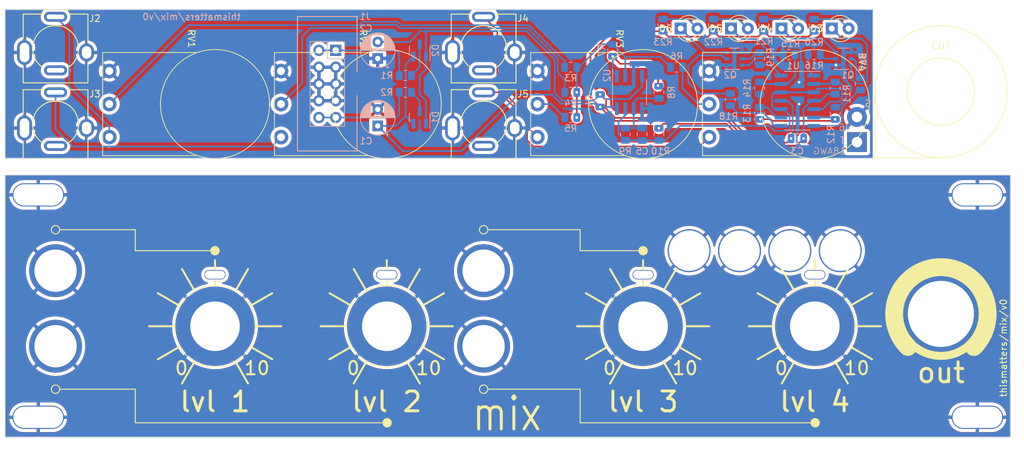
<source format=kicad_pcb>
(kicad_pcb (version 20221018) (generator pcbnew)
  (layers (0 "F.Cu" signal) (31 "B.Cu" signal) (34 "B.Paste" user) (35 "F.Paste" user) (36 "B.SilkS" user "B.Silkscreen") (37 "F.SilkS" user "F.Silkscreen") (38 "B.Mask" user) (39 "F.Mask" user) (44 "Edge.Cuts" user))
  (net 0 "")
  (net 1 "+12V")
  (net 2 "GND")
  (net 3 "-12V")
  (net 4 "Net-(D1-COM)")
  (net 5 "Net-(D2-COM)")
  (net 6 "Net-(D3-K)")
  (net 7 "Net-(D3-A)")
  (net 8 "Net-(D4-K)")
  (net 9 "Net-(D4-A)")
  (net 10 "Net-(D5-K)")
  (net 11 "Net-(D5-A)")
  (net 12 "Net-(D6-K)")
  (net 13 "Net-(D6-A)")
  (net 14 "/FACE")
  (net 15 "/OUT")
  (net 16 "/OUT'")
  (net 17 "Net-(U2B--)")
  (net 18 "Net-(Q1A-B1)")
  (net 19 "Net-(Q1B-B2)")
  (net 20 "Net-(Q2A-B1)")
  (net 21 "Net-(Q2B-B2)")
  (net 22 "Net-(R3-Pad1)")
  (net 23 "Net-(R4-Pad1)")
  (net 24 "Net-(R5-Pad1)")
  (net 25 "Net-(R6-Pad1)")
  (net 26 "Net-(U1A--)")
  (net 27 "Net-(U1B--)")
  (net 28 "Net-(U1C--)")
  (net 29 "Net-(U1D--)")
  (net 30 "Net-(U2A--)")
  (net 31 "Net-(J1-Pin_1)")
  (net 32 "Net-(J1-Pin_10)")
  (net 33 "/IN0")
  (net 35 "/IN1")
  (net 37 "/IN2")
  (net 39 "/IN3")
  (net 41 "Net-(R7-Pad2)")
  (net 42 "Net-(R16-Pad1)")
  (net 43 "Net-(R17-Pad1)")
  (net 44 "Net-(R18-Pad1)")
  (net 45 "Net-(R19-Pad1)")
  (footprint "Eurorack:Mech-AudioJack-Hole" (layer "F.Cu") (at 125.245 84.135)
    (fp_text reference "H7")
    (fp_text value "IN2" hide)
  )
  (footprint "Eurorack:Mech-AudioJack-Hole" (layer "F.Cu") (at 60.475 95.565)
    (fp_text reference "H6")
    (fp_text value "IN1" hide)
  )
  (footprint "Eurorack:Mech-AudioJack-Hole" (layer "F.Cu") (at 125.245 95.565)
    (fp_text reference "H8")
    (fp_text value "IN3" hide)
  )
  (footprint "LED_THT:LED_D3.0mm" (layer "F.Cu") (at 155.067 47.498)
    (fp_text reference "D6")
    (fp_text value "LED_GREEN")
  )
  (footprint "Eurorack:Mech-MountingHole" (layer "F.Cu") (at 57.855 106.32)
    (fp_text reference "H3")
    (fp_text value "MOUNT2")
  )
  (footprint "Eurorack:Mech-Potentiometer-Hole_level_90deg" (layer "F.Cu") (at 110.59 92.543)
    (fp_text reference "H10")
    (fp_text value "lvl 2")
  )
  (footprint "Eurorack:Mech-LED-Hole-3mm-Bezel" (layer "F.Cu") (at 156.342 81.113 -90)
    (fp_text reference "H16" hide)
    (fp_text value "LED3")
  )
  (footprint "LED_THT:LED_D3.0mm" (layer "F.Cu") (at 170.307 47.498)
    (fp_text reference "D4")
    (fp_text value "LED_GREEN")
  )
  (footprint "LED_THT:LED_D3.0mm" (layer "F.Cu") (at 162.687 47.498)
    (fp_text reference "D5")
    (fp_text value "LED_GREEN")
  )
  (footprint "Eurorack:Mech-MountingHole" (layer "F.Cu") (at 57.855 72.67)
    (fp_text reference "H1")
    (fp_text value "MOUNT0")
  )
  (footprint "Eurorack:AudioJack2_Tayda_A-2566" (layer "F.Cu") (at 60.475 50.52)
    (fp_text reference "J2")
    (fp_text value "AudioJack2_SwitchT")
  )
  (footprint "Eurorack:Mech-LED-Hole-3mm-Bezel" (layer "F.Cu") (at 171.582 81.113 -90)
    (fp_text reference "H14" hide)
    (fp_text value "LED1")
  )
  (footprint "Eurorack:Mech-Potentiometer-Hole_level_90deg" (layer "F.Cu") (at 84.605 92.543)
    (fp_text reference "H9")
    (fp_text value "lvl 1")
  )
  (footprint "Eurorack:Potentiometer_RV16AF-41-15R1" (layer "F.Cu") (at 84.605 58.928 -90)
    (fp_text reference "RV1")
    (fp_text value "A250K")
  )
  (footprint "Eurorack:Potentiometer_RV16AF-41-15R1" (layer "F.Cu") (at 149.375 58.928 -90)
    (fp_text reference "RV3")
    (fp_text value "A250K")
  )
  (footprint "Eurorack:AudioJack2_Tayda_A-2566" (layer "F.Cu") (at 60.475 61.95)
    (fp_text reference "J3")
    (fp_text value "AudioJack2_SwitchT")
  )
  (footprint "Eurorack:AudioJack2_Tayda_A-2566" (layer "F.Cu") (at 125.245 50.52)
    (fp_text reference "J4")
    (fp_text value "AudioJack2_SwitchT")
  )
  (footprint "Eurorack:Mech-Potentiometer-Hole_level_90deg" (layer "F.Cu") (at 149.375 92.543)
    (fp_text reference "H11")
    (fp_text value "lvl 3")
  )
  (footprint "Eurorack:AudioJack2_Tayda_A-1009" (layer "F.Cu") (at 194.437 57.063)
    (fp_text reference "J6")
    (fp_text value "AudioJack2")
  )
  (footprint "Eurorack:Mech-Potentiometer-Hole_level_90deg" (layer "F.Cu") (at 175.36 92.543)
    (fp_text reference "H12")
    (fp_text value "lvl 4")
  )
  (footprint "Eurorack:Potentiometer_RV16AF-41-15R1" (layer "F.Cu") (at 110.59 58.928 -90)
    (fp_text reference "RV2")
    (fp_text value "A250K")
  )
  (footprint "Eurorack:AudioJack2_Tayda_A-2566" (layer "F.Cu") (at 125.245 61.95)
    (fp_text reference "J5")
    (fp_text value "AudioJack2_SwitchT")
  )
  (footprint "Eurorack:Mech-AudioJack-Hole" (layer "F.Cu") (at 60.475 84.135)
    (fp_text reference "H5")
    (fp_text value "IN0" hide)
  )
  (footprint "LED_THT:LED_D3.0mm" (layer "F.Cu") (at 177.927 47.498)
    (fp_text reference "D3")
    (fp_text value "LED_ORANGE")
  )
  (footprint "Eurorack:Mech-LED-Hole-3mm-Bezel" (layer "F.Cu") (at 179.202 81.113 -90)
    (fp_text reference "H13" hide)
    (fp_text value "LED0")
  )
  (footprint "Eurorack:Mech-LED-Hole-3mm-Bezel" (layer "F.Cu") (at 163.962 81.113 -90)
    (fp_text reference "H15" hide)
    (fp_text value "LED2")
  )
  (footprint "Eurorack:Potentiometer_RV16AF-41-15R1" (layer "F.Cu") (at 175.36 58.928 -90)
    (fp_text reference "RV4")
    (fp_text value "A250K")
  )
  (footprint "Eurorack:Mech-MountingHole" (layer "F.Cu") (at 199.955 106.32)
    (fp_text reference "H4")
    (fp_text value "MOUNT3")
  )
  (footprint "Eurorack:Mech-MountingHole" (layer "F.Cu") (at 199.955 72.67)
    (fp_text reference "H2")
    (fp_text value "MOUNT1")
  )
  (footprint "Eurorack:Mech-Hole-10mm" (layer "F.Cu") (at 194.437 90.678 90)
    (fp_text reference "H17" hide)
    (fp_text value "out")
  )
  (footprint "Resistor_SMD:R_0805_2012Metric" (layer "B.Cu") (at 182.245 55.88 90)
    (fp_text reference "R17")
    (fp_text value "100K")
  )
  (footprint "Resistor_SMD:R_0805_2012Metric" (layer "B.Cu") (at 113.3875 54.61 180)
    (fp_text reference "R1")
    (fp_text value "10")
  )
  (footprint "Capacitor_THT:CP_Radial_D5.0mm_P2.50mm" (layer "B.Cu") (at 109.22 52.03 90)
    (fp_text reference "C2")
    (fp_text value "22u 50V")
  )
  (footprint "Resistor_SMD:R_0805_2012Metric" (layer "B.Cu") (at 167.005 52.07 90)
    (fp_text reference "R19")
    (fp_text value "100K")
  )
  (footprint "Resistor_SMD:R_0805_2012Metric" (layer "B.Cu") (at 167.005 60.325 90)
    (fp_text reference "R13")
    (fp_text value "270K")
  )
  (footprint "Resistor_SMD:R_0805_2012Metric" (layer "B.Cu") (at 146.685 63.5 -90)
    (fp_text reference "R9")
    (fp_text value "100K")
  )
  (footprint "Package_SO:SOIC-8_3.9x4.9mm_P1.27mm" (layer "B.Cu") (at 147.32 57.15 -90)
    (fp_text reference "U2")
    (fp_text value "TL072")
  )
  (footprint "Resistor_SMD:R_0805_2012Metric" (layer "B.Cu") (at 151.765 57.15 -90)
    (fp_text reference "R8")
    (fp_text value "100K")
  )
  (footprint "Resistor_SMD:R_0805_2012Metric" (layer "B.Cu") (at 144.78 50.8 -90)
    (fp_text reference "R7")
    (fp_text value "100K")
  )
  (footprint "Resistor_SMD:R_0805_2012Metric" (layer "B.Cu") (at 138.43 57.15)
    (fp_text reference "R4")
    (fp_text value "100K")
  )
  (footprint "Capacitor_SMD:C_0805_2012Metric" (layer "B.Cu") (at 149.225 63.5 90)
    (fp_text reference "C5")
    (fp_text value "15p")
  )
  (footprint "Resistor_SMD:R_0805_2012Metric" (layer "B.Cu") (at 178.435 56.515 90)
    (fp_text reference "R11")
    (fp_text value "300K")
  )
  (footprint "Resistor_SMD:R_0805_2012Metric" (layer "B.Cu") (at 178.435 60.325 -90)
    (fp_text reference "R12")
    (fp_text value "270K")
  )
  (footprint "Resistor_SMD:R_0805_2012Metric" (layer "B.Cu") (at 138.43 53.34)
    (fp_text reference "R3")
    (fp_text value "100K")
  )
  (footprint "Resistor_SMD:R_0805_2012Metric" (layer "B.Cu") (at 113.3875 57.15 180)
    (fp_text reference "R2")
    (fp_text value "10")
  )
  (footprint "Resistor_SMD:R_0805_2012Metric" (layer "B.Cu") (at 160.02 46.99 90)
    (fp_text reference "R22")
    (fp_text value "470")
  )
  (footprint "Capacitor_THT:CP_Radial_D5.0mm_P2.50mm" (layer "B.Cu") (at 109.22 62.23 90)
    (fp_text reference "C1")
    (fp_text value "22u 50V")
  )
  (footprint "Package_SO:SOIC-14_3.9x8.7mm_P1.27mm" (layer "B.Cu") (at 172.72 58.42 180)
    (fp_text reference "U1")
    (fp_text value "TL074")
  )
  (footprint "Package_SO:TSOP-6_1.65x3.05mm_P0.95mm" (layer "B.Cu") (at 179.705 52.07)
    (fp_text reference "Q1")
    (fp_text value "BCM847")
  )
  (footprint "Capacitor_SMD:C_0805_2012Metric" (layer "B.Cu") (at 172.72 64.135 180)
    (fp_text reference "C3")
    (fp_text value "100n")
  )
  (footprint "Resistor_SMD:R_0805_2012Metric" (layer "B.Cu") (at 171.45 51.435 180)
    (fp_text reference "R15")
    (fp_text value "100K")
  )
  (footprint "Package_TO_SOT_SMD:SOT-23" (layer "B.Cu") (at 115.57 50.8 90)
    (fp_text reference "D2")
    (fp_text value "BAT54S")
  )
  (footprint "Resistor_SMD:R_0805_2012Metric" (layer "B.Cu") (at 151.765 63.5 90)
    (fp_text reference "R10")
    (fp_text value "1K")
  )
  (footprint "Resistor_SMD:R_0805_2012Metric" (layer "B.Cu") (at 175.26 51.435)
    (fp_text reference "R16")
    (fp_text value "100K")
  )
  (footprint "Resistor_SMD:R_0805_2012Metric" (layer "B.Cu") (at 167.005 56.515 90)
    (fp_text reference "R14")
    (fp_text value "270K")
  )
  (footprint "Resistor_SMD:R_0805_2012Metric" (layer "B.Cu") (at 138.43 60.96)
    (fp_text reference "R5")
    (fp_text value "100K")
  )
  (footprint "Resistor_SMD:R_0805_2012Metric" (layer "B.Cu") (at 167.64 46.99 90)
    (fp_text reference "R21")
    (fp_text value "470")
  )
  (footprint "Resistor_SMD:R_0805_2012Metric" (layer "B.Cu") (at 175.26 46.99 90)
    (fp_text reference "R20")
    (fp_text value "470")
  )
  (footprint "Resistor_SMD:R_0805_2012Metric" (layer "B.Cu") (at 152.4 46.99 90)
    (fp_text reference "R23")
    (fp_text value "470")
  )
  (footprint "Capacitor_SMD:C_0805_2012Metric" (layer "B.Cu") (at 142.875 58.42 90)
    (fp_text reference "C4")
    (fp_text value "100n")
  )
  (footprint "Resistor_SMD:R_0805_2012Metric" (layer "B.Cu") (at 162.56 58.253 90)
    (fp_text reference "R18")
    (fp_text value "100K")
  )
  (footprint "Package_TO_SOT_SMD:SOT-23" (layer "B.Cu") (at 115.57 60.96 90)
    (fp_text reference "D1")
    (fp_text value "BAT54S")
  )
  (footprint "Package_SO:TSOP-6_1.65x3.05mm_P0.95mm" (layer "B.Cu") (at 163.195 52.07)
    (fp_text reference "Q2")
    (fp_text value "BCM847")
  )
  (footprint "Eurorack:PinHeader_2x05_P2.54mm_Vertical" (layer "B.Cu") (at 102.87 50.8 180)
    (fp_text reference "J1")
    (fp_text value "Conn_02x05_Odd_Even")
  )
  (footprint "Resistor_SMD:R_0805_2012Metric" (layer "B.Cu") (at 154.432 53.34 180)
    (fp_text reference "R6")
    (fp_text value "100K")
  )
  (gr_circle (center 110.64 107.148) (end 111.275 107.148) (stroke (width 0.15)) (fill solid) (layer "F.SilkS"))
  (gr_line (start 61.11 102.068) (end 72.54 102.068) (stroke (width 0.15)) (layer "F.SilkS"))
  (gr_line (start 125.88 77.938) (end 139.85 77.938) (stroke (width 0.15)) (layer "F.SilkS"))
  (gr_line (start 125.88 102.068) (end 139.85 102.068) (stroke (width 0.15)) (layer "F.SilkS"))
  (gr_circle (center 194.437 90.678) (end 200.787 90.678) (stroke (width 1.2)) (fill none) (layer "F.SilkS"))
  (gr_line (start 139.85 102.068) (end 139.85 107.148) (stroke (width 0.15)) (layer "F.SilkS"))
  (gr_line (start 139.85 77.938) (end 139.85 81.113) (stroke (width 0.15)) (layer "F.SilkS"))
  (gr_arc (start 189.437001 95.677999) (mid 194.437 83.606934) (end 199.436999 95.677999) (stroke (width 2.7)) (layer "F.SilkS"))
  (gr_circle (center 60.475 102.068) (end 61.11 102.068) (stroke (width 0.15)) (fill none) (layer "F.SilkS"))
  (gr_line (start 72.54 81.113) (end 83.97 81.113) (stroke (width 0.15)) (layer "F.SilkS"))
  (gr_circle (center 125.245 102.068) (end 125.88 102.068) (stroke (width 0.15)) (fill none) (layer "F.SilkS"))
  (gr_line (start 72.54 77.938) (end 72.54 81.113) (stroke (width 0.15)) (layer "F.SilkS"))
  (gr_line (start 72.54 107.148) (end 110.005 107.148) (stroke (width 0.15)) (layer "F.SilkS"))
  (gr_line (start 61.11 77.938) (end 72.54 77.938) (stroke (width 0.15)) (layer "F.SilkS"))
  (gr_line (start 72.54 102.068) (end 72.54 107.148) (stroke (width 0.15)) (layer "F.SilkS"))
  (gr_circle (center 149.375 81.113) (end 150.01 81.113) (stroke (width 0.15)) (fill solid) (layer "F.SilkS"))
  (gr_circle (center 60.475 77.938) (end 61.11 77.938) (stroke (width 0.15)) (fill none) (layer "F.SilkS"))
  (gr_circle (center 175.41 107.148) (end 176.045 107.148) (stroke (width 0.15)) (fill solid) (layer "F.SilkS"))
  (gr_circle (center 125.245 77.938) (end 125.88 77.938) (stroke (width 0.15)) (fill none) (layer "F.SilkS"))
  (gr_circle (center 84.605 81.113) (end 85.24 81.113) (stroke (width 0.15)) (fill solid) (layer "F.SilkS"))
  (gr_line (start 139.85 81.113) (end 148.74 81.113) (stroke (width 0.15)) (layer "F.SilkS"))
  (gr_line (start 139.85 107.148) (end 174.775 107.148) (stroke (width 0.15)) (layer "F.SilkS"))
  (gr_line (start 52.855 44.63) (end 52.855 67.13) (stroke (width 0.1)) (layer "Edge.Cuts"))
  (gr_line (start 52.855 44.63) (end 184.15 44.63) (stroke (width 0.1)) (layer "Edge.Cuts"))
  (gr_rect (start 52.855 69.67) (end 204.955 109.32) (stroke (width 0.1)) (fill none) (layer "Edge.Cuts"))
  (gr_line (start 184.15 44.63) (end 184.15 67.13) (stroke (width 0.1)) (layer "Edge.Cuts"))
  (gr_line (start 184.15 67.13) (end 52.855 67.13) (stroke (width 0.1)) (layer "Edge.Cuts"))
  (gr_text "S" (at 183.388 59.436) (layer "B.SilkS") (effects (font (size 1 1)) (justify bottom mirror)))
  (gr_text "thismatters/mix/v0" (at 81.049 46.302) (layer "B.SilkS") (effects (font (size 1 1)) (justify bottom mirror)))
  (gr_text "T" (at 179.578 65.024) (layer "B.SilkS") (effects (font (size 1 1)) (justify bottom mirror)))
  (gr_text "mix" (at 128.778 108.712) (layer "F.SilkS") (effects (font (size 5 4) (thickness 0.45)) (justify bottom)))
  (gr_text "thismatters/mix/v0" (at 204.493 95.832 90) (layer "F.SilkS") (effects (font (size 1 1)) (justify bottom)))
  (gr_text "out" (at 194.46 99.568) (layer "F.SilkS") (effects (font (size 3 3) (thickness 0.45))))
  (segment (start 141.417 57.912) (end 141.417 51.247) (width 0.25) (layer "F.Cu") (net 1))
  (segment (start 153.2205 48.723) (end 159.1995 48.723) (width 0.25) (layer "F.Cu") (net 1))
  (segment (start 168.4605 48.723) (end 174.4395 48.723) (width 0.25) (layer "F.Cu") (net 1))
  (segment (start 142.875 59.37) (end 141.417 57.912) (width 0.25) (layer "F.Cu") (net 1))
  (segment (start 167.64 47.9025) (end 168.4605 48.723) (width 0.25) (layer "F.Cu") (net 1))
  (segment (start 152.4 47.9025) (end 153.2205 48.723) (width 0.25) (layer "F.Cu") (net 1))
  (segment (start 152.2965 48.006) (end 152.4 47.9025) (width 0.25) (layer "F.Cu") (net 1))
  (segment (start 172.585 65.22) (end 173.67 64.135) (width 0.25) (layer "F.Cu") (net 1))
  (segment (start 160.8405 48.723) (end 166.8195 48.723) (width 0.25) (layer "F.Cu") (net 1))
  (segment (start 160.02 47.9025) (end 160.8405 48.723) (width 0.25) (layer "F.Cu") (net 1))
  (segment (start 144.7615 47.9025) (end 152.4 47.9025) (width 0.25) (layer "F.Cu") (net 1))
  (segment (start 142.875 59.37) (end 144.973 61.468) (width 0.25) (layer "F.Cu") (net 1))
  (segment (start 159.1995 48.723) (end 160.02 47.9025) (width 0.25) (layer "F.Cu") (net 1))
  (segment (start 166.8195 48.723) (end 167.64 47.9025) (width 0.25) (layer "F.Cu") (net 1))
  (segment (start 165.929604 65.22) (end 172.585 65.22) (width 0.25) (layer "F.Cu") (net 1))
  (segment (start 174.4395 48.723) (end 175.26 47.9025) (width 0.25) (layer "F.Cu") (net 1))
  (segment (start 144.973 61.468) (end 162.177604 61.468) (width 0.25) (layer "F.Cu") (net 1))
  (segment (start 141.417 51.247) (end 144.7615 47.9025) (width 0.25) (layer "F.Cu") (net 1))
  (segment (start 162.177604 61.468) (end 165.929604 65.22) (width 0.25) (layer "F.Cu") (net 1))
  (via (at 173.67 64.135) (size 0.8) (drill 0.4) (layers "F.Cu" "B.Cu") (net 1))
  (via (at 142.875 59.37) (size 0.8) (drill 0.4) (layers "F.Cu" "B.Cu") (net 1))
  (via (at 167.64 47.9025) (size 0.8) (drill 0.4) (layers "F.Cu" "B.Cu") (net 1))
  (via (at 152.4 47.9025) (size 0.8) (drill 0.4) (layers "F.Cu" "B.Cu") (net 1))
  (via (at 160.02 47.9025) (size 0.8) (drill 0.4) (layers "F.Cu" "B.Cu") (net 1))
  (via (at 175.26 47.9025) (size 0.8) (drill 0.4) (layers "F.Cu" "B.Cu") (net 1))
  (segment (start 121.92 66.04) (end 130.457 57.503) (width 0.25) (layer "B.Cu") (net 1))
  (segment (start 113.4625 60.74) (end 111.9725 62.23) (width 0.25) (layer "B.Cu") (net 1))
  (segment (start 111.9725 62.23) (end 109.22 62.23) (width 0.25) (layer "B.Cu") (net 1))
  (segment (start 142.875 59.37) (end 145.16 59.37) (width 0.25) (layer "B.Cu") (net 1))
  (segment (start 114.62 51.7375) (end 113.4625 52.895) (width 0.25) (layer "B.Cu") (net 1))
  (segment (start 113.03 66.04) (end 121.92 66.04) (width 0.25) (layer "B.Cu") (net 1))
  (segment (start 173.67 59.564092) (end 174.814092 58.42) (width 0.25) (layer "B.Cu") (net 1))
  (segment (start 113.4625 52.895) (end 113.4625 60.74) (width 0.25) (layer "B.Cu") (net 1))
  (segment (start 175.195 58.42) (end 176.276 58.42) (width 0.25) (layer "B.Cu") (net 1))
  (segment (start 136.973604 58.87) (end 142.375 58.87) (width 0.25) (layer "B.Cu") (net 1))
  (segment (start 142.375 58.87) (end 142.875 59.37) (width 0.25) (layer "B.Cu") (net 1))
  (segment (start 130.457 57.503) (end 135.606604 57.503) (width 0.25) (layer "B.Cu") (net 1))
  (segment (start 113.4625 60.74) (end 114.62 61.8975) (width 0.25) (layer "B.Cu") (net 1))
  (segment (start 145.16 59.37) (end 145.415 59.625) (width 0.25) (layer "B.Cu") (net 1))
  (segment (start 109.22 62.23) (end 113.03 66.04) (width 0.25) (layer "B.Cu") (net 1))
  (segment (start 173.67 64.135) (end 173.67 59.564092) (width 0.25) (layer "B.Cu") (net 1))
  (segment (start 174.814092 58.42) (end 175.195 58.42) (width 0.25) (layer "B.Cu") (net 1))
  (segment (start 135.606604 57.503) (end 136.973604 58.87) (width 0.25) (layer "B.Cu") (net 1))
  (segment (start 177.2685 57.4275) (end 178.435 57.4275) (width 0.25) (layer "B.Cu") (net 1))
  (segment (start 176.276 58.42) (end 177.2685 57.4275) (width 0.25) (layer "B.Cu") (net 1))
  (segment (start 172.974 55.626) (end 172.974 58.928) (width 0.25) (layer "F.Cu") (net 2))
  (segment (start 180.086 54.864) (end 178.545 53.323) (width 0.25) (layer "F.Cu") (net 2))
  (segment (start 181.737 60.873) (end 180.086 59.222) (width 0.25) (layer "F.Cu") (net 2))
  (segment (start 180.086 59.222) (end 180.086 54.864) (width 0.25) (layer "F.Cu") (net 2))
  (segment (start 178.545 53.323) (end 178.545 53.02) (width 0.25) (layer "F.Cu") (net 2))
  (via (at 172.974 55.626) (size 0.8) (drill 0.4) (layers "F.Cu" "B.Cu") (net 2))
  (via (at 178.545 53.02) (size 0.8) (drill 0.4) (layers "F.Cu" "B.Cu") (net 2))
  (via (at 172.974 58.928) (size 0.8) (drill 0.4) (layers "F.Cu" "B.Cu") (net 2))
  (segment (start 161.786 58.178) (end 161.29 58.674) (width 0.25) (layer "B.Cu") (net 2))
  (segment (start 164.338 57.404) (end 163.564 58.178) (width 0.25) (layer "B.Cu") (net 2))
  (segment (start 163.564 58.178) (end 161.786 58.178) (width 0.25) (layer "B.Cu") (net 2))
  (segment (start 164.084 55.88) (end 164.338 56.134) (width 0.25) (layer "B.Cu") (net 2))
  (segment (start 171.5625 50.41) (end 172.8701 50.41) (width 0.25) (layer "B.Cu") (net 2))
  (segment (start 161.29 58.674) (end 161.29 60.198) (width 0.25) (layer "B.Cu") (net 2))
  (segment (start 157.226 60.96) (end 155.891 59.625) (width 0.25) (layer "B.Cu") (net 2))
  (segment (start 170.5375 51.435) (end 171.5625 50.41) (width 0.25) (layer "B.Cu") (net 2))
  (segment (start 155.891 59.625) (end 149.225 59.625) (width 0.25) (layer "B.Cu") (net 2))
  (segment (start 161.312 55.88) (end 164.084 55.88) (width 0.25) (layer "B.Cu") (net 2))
  (segment (start 172.595 64.6051) (end 173.2679 65.278) (width 0.25) (layer "B.Cu") (net 2))
  (segment (start 172.8701 50.41) (end 173.228 50.7679) (width 0.25) (layer "B.Cu") (net 2))
  (segment (start 173.2679 65.278) (end 177.332 65.278) (width 0.25) (layer "B.Cu") (net 2))
  (segment (start 172.974 58.928) (end 172.595 59.307) (width 0.25) (layer "B.Cu") (net 2))
  (segment (start 173.228 50.7679) (end 173.228 55.372) (width 0.25) (layer "B.Cu") (net 2))
  (segment (start 161.29 60.198) (end 160.528 60.96) (width 0.25) (layer "B.Cu") (net 2))
  (segment (start 172.595 59.307) (end 172.595 64.6051) (width 0.25) (layer "B.Cu") (net 2))
  (segment (start 160.528 60.96) (end 157.226 60.96) (width 0.25) (layer "B.Cu") (net 2))
  (segment (start 159.36 53.928) (end 161.312 55.88) (width 0.25) (layer "B.Cu") (net 2))
  (segment (start 173.228 55.372) (end 172.974 55.626) (width 0.25) (layer "B.Cu") (net 2))
  (segment (start 177.332 65.278) (end 181.737 60.873) (width 0.25) (layer "B.Cu") (net 2))
  (segment (start 164.338 56.134) (end 164.338 57.404) (width 0.25) (layer "B.Cu") (net 2))
  (segment (start 145.159396 61.018) (end 162.364 61.018) (width 0.25) (layer "F.Cu") (net 3))
  (segment (start 145.159396 61.018) (end 143.764 59.622604) (width 0.25) (layer "F.Cu") (net 3))
  (segment (start 143.764 58.359) (end 142.875 57.47) (width 0.25) (layer "F.Cu") (net 3))
  (segment (start 171.135 64.77) (end 171.77 64.135) (width 0.25) (layer "F.Cu") (net 3))
  (segment (start 143.764 59.622604) (end 143.764 58.359) (width 0.25) (layer "F.Cu") (net 3))
  (segment (start 162.364 61.018) (end 166.116 64.77) (width 0.25) (layer "F.Cu") (net 3))
  (segment (start 166.116 64.77) (end 171.135 64.77) (width 0.25) (layer "F.Cu") (net 3))
  (via (at 142.875 57.47) (size 0.8) (drill 0.4) (layers "F.Cu" "B.Cu") (net 3))
  (via (at 171.77 64.135) (size 0.8) (drill 0.4) (layers "F.Cu" "B.Cu") (net 3))
  (segment (start 115.57 57.47) (end 116.52 58.42) (width 0.25) (layer "B.Cu") (net 3))
  (segment (start 136.010802 57.270802) (end 137.16 58.42) (width 0.25) (layer "B.Cu") (net 3))
  (segment (start 116.52 51.7375) (end 116.52 53.66) (width 0.25) (layer "B.Cu") (net 3))
  (segment (start 116.52 48.078) (end 116.332 47.89) (width 0.25) (layer "B.Cu") (net 3))
  (segment (start 171.77 64.135) (end 171.995 63.91) (width 0.25) (layer "B.Cu") (net 3))
  (segment (start 109.22 49.53) (end 114.046 49.53) (width 0.25) (layer "B.Cu") (net 3))
  (segment (start 142.875 57.47) (end 143.571 58.166) (width 0.25) (layer "B.Cu") (net 3))
  (segment (start 149.225 56.261) (end 149.225 54.675) (width 0.25) (layer "B.Cu") (net 3))
  (segment (start 115.57 54.61) (end 115.57 57.47) (width 0.25) (layer "B.Cu") (net 3))
  (segment (start 143.571 58.166) (end 147.32 58.166) (width 0.25) (layer "B.Cu") (net 3))
  (segment (start 141.925 58.42) (end 142.875 57.47) (width 0.25) (layer "B.Cu") (net 3))
  (segment (start 136.010802 52.193594) (end 136.010802 57.270802) (width 0.25) (layer "B.Cu") (net 3))
  (segment (start 115.686 47.89) (end 116.332 47.89) (width 0.25) (layer "B.Cu") (net 3))
  (segment (start 116.52 58.42) (end 116.52 61.8975) (width 0.25) (layer "B.Cu") (net 3))
  (segment (start 116.332 47.89) (end 131.707208 47.89) (width 0.25) (layer "B.Cu") (net 3))
  (segment (start 171.995 59.195) (end 171.219999 58.42) (width 0.25) (layer "B.Cu") (net 3))
  (segment (start 137.16 58.42) (end 141.925 58.42) (width 0.25) (layer "B.Cu") (net 3))
  (segment (start 171.995 63.91) (end 171.995 59.195) (width 0.25) (layer "B.Cu") (net 3))
  (segment (start 116.52 51.7375) (end 116.52 48.078) (width 0.25) (layer "B.Cu") (net 3))
  (segment (start 147.32 58.166) (end 149.225 56.261) (width 0.25) (layer "B.Cu") (net 3))
  (segment (start 114.046 49.53) (end 115.686 47.89) (width 0.25) (layer "B.Cu") (net 3))
  (segment (start 131.707208 47.89) (end 136.010802 52.193594) (width 0.25) (layer "B.Cu") (net 3))
  (segment (start 116.52 53.66) (end 115.57 54.61) (width 0.25) (layer "B.Cu") (net 3))
  (segment (start 171.219999 58.42) (end 170.245 58.42) (width 0.25) (layer "B.Cu") (net 3))
  (segment (start 115.57 58.42) (end 115.57 60.0225) (width 0.25) (layer "B.Cu") (net 4))
  (segment (start 114.3 57.15) (end 115.57 58.42) (width 0.25) (layer "B.Cu") (net 4))
  (segment (start 115.57 53.34) (end 115.57 49.8625) (width 0.25) (layer "B.Cu") (net 5))
  (segment (start 114.3 54.61) (end 115.57 53.34) (width 0.25) (layer "B.Cu") (net 5))
  (segment (start 182.372 49.022) (end 179.451 49.022) (width 0.25) (layer "B.Cu") (net 6))
  (segment (start 180.865 53.02) (end 180.865 55.1201) (width 0.25) (layer "B.Cu") (net 6))
  (segment (start 181.5499 55.805) (end 182.9401 55.805) (width 0.25) (layer "B.Cu") (net 6))
  (segment (start 179.451 49.022) (end 177.927 47.498) (width 0.25) (layer "B.Cu") (net 6))
  (segment (start 183.27 55.4751) (end 183.27 49.92) (width 0.25) (layer "B.Cu") (net 6))
  (segment (start 182.9401 55.805) (end 183.27 55.4751) (width 0.25) (layer "B.Cu") (net 6))
  (segment (start 183.27 49.92) (end 182.372 49.022) (width 0.25) (layer "B.Cu") (net 6))
  (segment (start 180.865 55.1201) (end 181.5499 55.805) (width 0.25) (layer "B.Cu") (net 6))
  (segment (start 179.0465 46.0775) (end 175.26 46.0775) (width 0.25) (layer "B.Cu") (net 7))
  (segment (start 180.467 47.498) (end 179.0465 46.0775) (width 0.25) (layer "B.Cu") (net 7))
  (segment (start 176.447 49.022) (end 178.545 51.12) (width 0.25) (layer "B.Cu") (net 8))
  (segment (start 170.307 47.498) (end 171.831 49.022) (width 0.25) (layer "B.Cu") (net 8))
  (segment (start 171.831 49.022) (end 176.447 49.022) (width 0.25) (layer "B.Cu") (net 8))
  (segment (start 171.4265 46.0775) (end 167.64 46.0775) (width 0.25) (layer "B.Cu") (net 9))
  (segment (start 172.847 47.498) (end 171.4265 46.0775) (width 0.25) (layer "B.Cu") (net 9))
  (segment (start 166.4656 49.0855) (end 168.03 50.6499) (width 0.25) (layer "B.Cu") (net 10))
  (segment (start 162.687 47.498) (end 164.2745 49.0855) (width 0.25) (layer "B.Cu") (net 10))
  (segment (start 166.4599 51.995) (end 165.4349 53.02) (width 0.25) (layer "B.Cu") (net 10))
  (segment (start 165.4349 53.02) (end 164.355 53.02) (width 0.25) (layer "B.Cu") (net 10))
  (segment (start 168.03 51.6651) (end 167.7001 51.995) (width 0.25) (layer "B.Cu") (net 10))
  (segment (start 164.2745 49.0855) (end 166.4656 49.0855) (width 0.25) (layer "B.Cu") (net 10))
  (segment (start 168.03 50.6499) (end 168.03 51.6651) (width 0.25) (layer "B.Cu") (net 10))
  (segment (start 167.7001 51.995) (end 166.4599 51.995) (width 0.25) (layer "B.Cu") (net 10))
  (segment (start 165.227 47.498) (end 163.8065 46.0775) (width 0.25) (layer "B.Cu") (net 11))
  (segment (start 163.8065 46.0775) (end 160.02 46.0775) (width 0.25) (layer "B.Cu") (net 11))
  (segment (start 158.689 51.12) (end 155.067 47.498) (width 0.25) (layer "B.Cu") (net 12))
  (segment (start 162.035 51.12) (end 158.689 51.12) (width 0.25) (layer "B.Cu") (net 12))
  (segment (start 157.607 47.498) (end 156.1865 46.0775) (width 0.25) (layer "B.Cu") (net 13))
  (segment (start 156.1865 46.0775) (end 152.4 46.0775) (width 0.25) (layer "B.Cu") (net 13))
  (segment (start 152.4345 61.918) (end 161.991208 61.918) (width 0.25) (layer "F.Cu") (net 15))
  (segment (start 151.765 62.5875) (end 152.4345 61.918) (width 0.25) (layer "F.Cu") (net 15))
  (segment (start 180.75 65.67) (end 181.737 64.683) (width 0.25) (layer "F.Cu") (net 15))
  (segment (start 161.991208 61.918) (end 165.743208 65.67) (width 0.25) (layer "F.Cu") (net 15))
  (segment (start 165.743208 65.67) (end 180.75 65.67) (width 0.25) (layer "F.Cu") (net 15))
  (via (at 151.765 62.5875) (size 0.8) (drill 0.4) (layers "F.Cu" "B.Cu") (net 15))
  (segment (start 168.91 59.329999) (end 168.91 57.510001) (width 0.25) (layer "B.Cu") (net 16))
  (segment (start 170.245 59.69) (end 169.270001 59.69) (width 0.25) (layer "B.Cu") (net 16))
  (segment (start 171.545 60.609092) (end 170.625908 59.69) (width 0.25) (layer "B.Cu") (net 16))
  (segment (start 152.7575 64.4125) (end 154.94 62.23) (width 0.25) (layer "B.Cu") (net 16))
  (segment (start 151.765 64.4125) (end 152.7575 64.4125) (width 0.25) (layer "B.Cu") (net 16))
  (segment (start 145.66 63.3875) (end 146.685 64.4125) (width 0.25) (layer "B.Cu") (net 16))
  (segment (start 170.245 57.15) (end 175.195 57.15) (width 0.25) (layer "B.Cu") (net 16))
  (segment (start 154.94 62.23) (end 168.5149 62.23) (width 0.25) (layer "B.Cu") (net 16))
  (segment (start 145.66 61.624999) (end 145.66 63.3875) (width 0.25) (layer "B.Cu") (net 16))
  (segment (start 170.625908 59.69) (end 170.245 59.69) (width 0.25) (layer "B.Cu") (net 16))
  (segment (start 179.46 56.652396) (end 179.46 58.155604) (width 0.25) (layer "B.Cu") (net 16))
  (segment (start 169.2769 62.992) (end 171.196 62.992) (width 0.25) (layer "B.Cu") (net 16))
  (segment (start 179.46 58.155604) (end 179.040604 58.575) (width 0.25) (layer "B.Cu") (net 16))
  (segment (start 146.685 60.599999) (end 145.66 61.624999) (width 0.25) (layer "B.Cu") (net 16))
  (segment (start 176.53 59.69) (end 175.195 59.69) (width 0.25) (layer "B.Cu") (net 16))
  (segment (start 146.685 59.625) (end 146.685 60.599999) (width 0.25) (layer "B.Cu") (net 16))
  (segment (start 175.765802 56.579198) (end 179.386802 56.579198) (width 0.25) (layer "B.Cu") (net 16))
  (segment (start 179.040604 58.575) (end 177.645 58.575) (width 0.25) (layer "B.Cu") (net 16))
  (segment (start 168.91 57.510001) (end 169.270001 57.15) (width 0.25) (layer "B.Cu") (net 16))
  (segment (start 177.645 58.575) (end 176.53 59.69) (width 0.25) (layer "B.Cu") (net 16))
  (segment (start 179.386802 56.579198) (end 179.46 56.652396) (width 0.25) (layer "B.Cu") (net 16))
  (segment (start 169.270001 57.15) (end 170.245 57.15) (width 0.25) (layer "B.Cu") (net 16))
  (segment (start 168.5149 62.23) (end 169.2769 62.992) (width 0.25) (layer "B.Cu") (net 16))
  (segment (start 175.195 57.15) (end 175.765802 56.579198) (width 0.25) (layer "B.Cu") (net 16))
  (segment (start 169.270001 59.69) (end 168.91 59.329999) (width 0.25) (layer "B.Cu") (net 16))
  (segment (start 171.196 62.992) (end 171.545 62.643) (width 0.25) (layer "B.Cu") (net 16))
  (segment (start 171.545 62.643) (end 171.545 60.609092) (width 0.25) (layer "B.Cu") (net 16))
  (segment (start 146.685 64.4125) (end 151.765 64.4125) (width 0.25) (layer "B.Cu") (net 16))
  (segment (start 149.225 62.55) (end 147.828 62.55) (width 0.25) (layer "B.Cu") (net 17))
  (segment (start 147.955 59.625) (end 147.955 62.423) (width 0.25) (layer "B.Cu") (net 17))
  (segment (start 147.955 62.423) (end 147.828 62.55) (width 0.25) (layer "B.Cu") (net 17))
  (segment (start 147.828 62.55) (end 146.7225 62.55) (width 0.25) (layer "B.Cu") (net 17))
  (segment (start 148.542501 58.0625) (end 147.955 58.650001) (width 0.25) (layer "B.Cu") (net 17))
  (segment (start 151.765 58.0625) (end 148.542501 58.0625) (width 0.25) (layer "B.Cu") (net 17))
  (segment (start 147.955 58.650001) (end 147.955 59.625) (width 0.25) (layer "B.Cu") (net 17))
  (segment (start 176.8075 52.07) (end 176.1725 51.435) (width 0.25) (layer "B.Cu") (net 18))
  (segment (start 178.545 52.07) (end 176.8075 52.07) (width 0.25) (layer "B.Cu") (net 18))
  (segment (start 181.61 54.3325) (end 182.245 54.9675) (width 0.25) (layer "B.Cu") (net 19))
  (segment (start 181.61 52.51) (end 181.61 54.3325) (width 0.25) (layer "B.Cu") (net 19))
  (segment (start 180.865 52.07) (end 181.17 52.07) (width 0.25) (layer "B.Cu") (net 19))
  (segment (start 181.17 52.07) (end 181.61 52.51) (width 0.25) (layer "B.Cu") (net 19))
  (segment (start 156.182 53.114) (end 157.726 51.57) (width 0.25) (layer "B.Cu") (net 20))
  (segment (start 157.726 51.57) (end 161.29 51.57) (width 0.25) (layer "B.Cu") (net 20))
  (segment (start 162.56 57.3405) (end 157.9245 57.3405) (width 0.25) (layer "B.Cu") (net 20))
  (segment (start 157.9245 57.3405) (end 156.182 55.598) (width 0.25) (layer "B.Cu") (net 20))
  (segment (start 156.182 55.598) (end 156.182 53.114) (width 0.25) (layer "B.Cu") (net 20))
  (segment (start 161.29 51.57) (end 161.79 52.07) (width 0.25) (layer "B.Cu") (net 20))
  (segment (start 161.79 52.07) (end 162.035 52.07) (width 0.25) (layer "B.Cu") (net 20))
  (segment (start 167.005 51.1575) (end 166.5205 51.1575) (width 0.25) (layer "B.Cu") (net 21))
  (segment (start 166.5205 51.1575) (end 165.608 52.07) (width 0.25) (layer "B.Cu") (net 21))
  (segment (start 165.608 52.07) (end 164.355 52.07) (width 0.25) (layer "B.Cu") (net 21))
  (segment (start 80.543 46.99) (end 106.426 46.99) (width 0.25) (layer "B.Cu") (net 22))
  (segment (start 137.5175 52.4275) (end 137.5175 53.34) (width 0.25) (layer "B.Cu") (net 22))
  (segment (start 112.268 46.482) (end 112.776 46.99) (width 0.25) (layer "B.Cu") (net 22))
  (segment (start 106.426 46.99) (end 106.934 46.482) (width 0.25) (layer "B.Cu") (net 22))
  (segment (start 112.776 46.99) (end 132.08 46.99) (width 0.25) (layer "B.Cu") (net 22))
  (segment (start 132.08 46.99) (end 137.5175 52.4275) (width 0.25) (layer "B.Cu") (net 22))
  (segment (start 68.605 58.928) (end 80.543 46.99) (width 0.25) (layer "B.Cu") (net 22))
  (segment (start 106.934 46.482) (end 112.268 46.482) (width 0.25) (layer "B.Cu") (net 22))
  (segment (start 106.612396 47.44) (end 107.120396 46.932) (width 0.25) (layer "B.Cu") (net 23))
  (segment (start 131.893604 47.44) (end 136.460802 52.007198) (width 0.25) (layer "B.Cu") (net 23))
  (segment (start 99.06 47.44) (end 106.612396 47.44) (width 0.25) (layer "B.Cu") (net 23))
  (segment (start 97.79 48.71) (end 99.06 47.44) (width 0.25) (layer "B.Cu") (net 23))
  (segment (start 137.5175 55.2215) (end 137.5175 57.15) (width 0.25) (layer "B.Cu") (net 23))
  (segment (start 136.460802 52.007198) (end 136.460802 54.164802) (width 0.25) (layer "B.Cu") (net 23))
  (segment (start 112.081604 46.932) (end 112.589604 47.44) (width 0.25) (layer "B.Cu") (net 23))
  (segment (start 107.120396 46.932) (end 112.081604 46.932) (width 0.25) (layer "B.Cu") (net 23))
  (segment (start 112.589604 47.44) (end 131.893604 47.44) (width 0.25) (layer "B.Cu") (net 23))
  (segment (start 136.460802 54.164802) (end 137.5175 55.2215) (width 0.25) (layer "B.Cu") (net 23))
  (segment (start 97.79 55.728) (end 97.79 48.71) (width 0.25) (layer "B.Cu") (net 23))
  (segment (start 94.59 58.928) (end 97.79 55.728) (width 0.25) (layer "B.Cu") (net 23))
  (segment (start 133.375 58.928) (end 135.4855 58.928) (width 0.25) (layer "B.Cu") (net 24))
  (segment (start 135.4855 58.928) (end 137.5175 60.96) (width 0.25) (layer "B.Cu") (net 24))
  (segment (start 157.734 58.928) (end 159.36 58.928) (width 0.25) (layer "B.Cu") (net 25))
  (segment (start 155.3445 56.5385) (end 157.734 58.928) (width 0.25) (layer "B.Cu") (net 25))
  (segment (start 155.3445 53.34) (end 155.3445 56.5385) (width 0.25) (layer "B.Cu") (net 25))
  (segment (start 178.847104 59.4125) (end 178.847104 59.404896) (width 0.25) (layer "B.Cu") (net 26))
  (segment (start 179.0465 55.6025) (end 178.435 55.6025) (width 0.25) (layer "B.Cu") (net 26))
  (segment (start 178.1575 55.88) (end 178.435 55.6025) (width 0.25) (layer "B.Cu") (net 26))
  (segment (start 180.086 56.642) (end 179.0465 55.6025) (width 0.25) (layer "B.Cu") (net 26))
  (segment (start 178.847104 59.404896) (end 180.086 58.166) (width 0.25) (layer "B.Cu") (net 26))
  (segment (start 175.195 55.88) (end 178.1575 55.88) (width 0.25) (layer "B.Cu") (net 26))
  (segment (start 178.435 59.4125) (end 178.847104 59.4125) (width 0.25) (layer "B.Cu") (net 26))
  (segment (start 180.086 58.166) (end 180.086 56.642) (width 0.25) (layer "B.Cu") (net 26))
  (segment (start 178.2045 61.468) (end 178.435 61.2375) (width 0.25) (layer "F.Cu") (net 27))
  (segment (start 167.132 61.214) (end 168.656 61.214) (width 0.25) (layer "F.Cu") (net 27))
  (segment (start 168.91 61.468) (end 178.2045 61.468) (width 0.25) (layer "F.Cu") (net 27))
  (segment (start 168.656 61.214) (end 168.91 61.468) (width 0.25) (layer "F.Cu") (net 27))
  (via (at 167.132 61.214) (size 0.8) (drill 0.4) (layers "F.Cu" "B.Cu") (net 27))
  (via (at 178.435 61.2375) (size 0.8) (drill 0.4) (layers "F.Cu" "B.Cu") (net 27))
  (segment (start 178.1575 60.96) (end 178.435 61.2375) (width 0.25) (layer "B.Cu") (net 27))
  (segment (start 175.195 60.96) (end 178.1575 60.96) (width 0.25) (layer "B.Cu") (net 27))
  (segment (start 167.005 61.2375) (end 167.1085 61.2375) (width 0.25) (layer "B.Cu") (net 27))
  (segment (start 167.1085 61.2375) (end 167.132 61.214) (width 0.25) (layer "B.Cu") (net 27))
  (segment (start 169.672 60.96) (end 168.1245 59.4125) (width 0.25) (layer "B.Cu") (net 28))
  (segment (start 170.245 60.96) (end 169.672 60.96) (width 0.25) (layer "B.Cu") (net 28))
  (segment (start 167.005 57.4275) (end 167.005 59.4125) (width 0.25) (layer "B.Cu") (net 28))
  (segment (start 168.1245 59.4125) (end 167.005 59.4125) (width 0.25) (layer "B.Cu") (net 28))
  (segment (start 172.3625 54.737499) (end 172.3625 51.435) (width 0.25) (layer "B.Cu") (net 29))
  (segment (start 170.245 55.88) (end 171.219999 55.88) (width 0.25) (layer "B.Cu") (net 29))
  (segment (start 170.245 55.88) (end 167.2825 55.88) (width 0.25) (layer "B.Cu") (net 29))
  (segment (start 167.2825 55.88) (end 167.005 55.6025) (width 0.25) (layer "B.Cu") (net 29))
  (segment (start 171.219999 55.88) (end 172.3625 54.737499) (width 0.25) (layer "B.Cu") (net 29))
  (segment (start 139.3425 57.15) (end 139.3425 60.96) (width 0.25) (layer "F.Cu") (net 30))
  (via (at 139.3425 57.15) (size 0.8) (drill 0.4) (layers "F.Cu" "B.Cu") (net 30))
  (via (at 139.3425 60.96) (size 0.8) (drill 0.4) (layers "F.Cu" "B.Cu") (net 30))
  (segment (start 143.1525 49.8875) (end 144.78 49.8875) (width 0.25) (layer "B.Cu") (net 30))
  (segment (start 139.3425 53.34) (end 139.3425 57.15) (width 0.25) (layer "B.Cu") (net 30))
  (segment (start 146.685 51.7925) (end 144.78 49.8875) (width 0.25) (layer "B.Cu") (net 30))
  (segment (start 139.7 53.34) (end 143.1525 49.8875) (width 0.25) (layer "B.Cu") (net 30))
  (segment (start 151.972 51.7925) (end 153.5195 53.34) (width 0.25) (layer "B.Cu") (net 30))
  (segment (start 146.685 54.675) (end 146.685 51.7925) (width 0.25) (layer "B.Cu") (net 30))
  (segment (start 146.685 51.7925) (end 151.972 51.7925) (width 0.25) (layer "B.Cu") (net 30))
  (segment (start 112.475 54.61) (end 112.475 51.261) (width 0.25) (layer "B.Cu") (net 31))
  (segment (start 112.475 51.261) (end 112.014 50.8) (width 0.25) (layer "B.Cu") (net 31))
  (segment (start 112.014 50.8) (end 100.33 50.8) (width 0.25) (layer "B.Cu") (net 31))
  (segment (start 100.33 60.96) (end 112.014 60.96) (width 0.25) (layer "B.Cu") (net 32))
  (segment (start 112.014 60.96) (end 112.475 60.499) (width 0.25) (layer "B.Cu") (net 32))
  (segment (start 112.475 60.499) (end 112.475 57.15) (width 0.25) (layer "B.Cu") (net 32))
  (segment (start 60.475 45.72) (end 62.55 47.795) (width 0.25) (layer "B.Cu") (net 33))
  (segment (start 68.605 62.372366) (end 68.605 63.928) (width 0.25) (layer "B.Cu") (net 33))
  (segment (start 62.55 56.317366) (end 68.605 62.372366) (width 0.25) (layer "B.Cu") (net 33))
  (segment (start 62.55 47.795) (end 62.55 56.317366) (width 0.25) (layer "B.Cu") (net 33))
  (segment (start 94.59 63.928) (end 93.165 65.353) (width 0.25) (layer "B.Cu") (net 35))
  (segment (start 93.165 65.353) (end 63.09828 65.353) (width 0.25) (layer "B.Cu") (net 35))
  (segment (start 60.475 62.72972) (end 60.475 57.15) (width 0.25) (layer "B.Cu") (net 35))
  (segment (start 63.09828 65.353) (end 60.475 62.72972) (width 0.25) (layer "B.Cu") (net 35))
  (segment (start 133.375 63.928) (end 132.276 62.829) (width 0.25) (layer "F.Cu") (net 37))
  (segment (start 132.276 62.829) (end 132.276 61.156) (width 0.25) (layer "F.Cu") (net 37))
  (segment (start 127.32 56.2) (end 127.32 47.795) (width 0.25) (layer "F.Cu") (net 37))
  (segment (start 132.276 61.156) (end 127.32 56.2) (width 0.25) (layer "F.Cu") (net 37))
  (segment (start 127.32 47.795) (end 125.245 45.72) (width 0.25) (layer "F.Cu") (net 37))
  (segment (start 132.784745 65.353) (end 157.935 65.353) (width 0.25) (layer "F.Cu") (net 39))
  (segment (start 125.245 57.15) (end 127.633604 57.15) (width 0.25) (layer "F.Cu") (net 39))
  (segment (start 157.935 65.353) (end 159.36 63.928) (width 0.25) (layer "F.Cu") (net 39))
  (segment (start 131.826 61.342396) (end 131.826 64.394255) (width 0.25) (layer "F.Cu") (net 39))
  (segment (start 131.826 64.394255) (end 132.784745 65.353) (width 0.25) (layer "F.Cu") (net 39))
  (segment (start 127.633604 57.15) (end 131.826 61.342396) (width 0.25) (layer "F.Cu") (net 39))
  (segment (start 151.638 54.102) (end 150.368 52.832) (width 0.25) (layer "F.Cu") (net 41))
  (segment (start 150.368 52.832) (end 145.8995 52.832) (width 0.25) (layer "F.Cu") (net 41))
  (segment (start 145.8995 52.832) (end 144.78 51.7125) (width 0.25) (layer "F.Cu") (net 41))
  (segment (start 151.638 56.134) (end 151.638 54.102) (width 0.25) (layer "F.Cu") (net 41))
  (via (at 144.78 51.7125) (size 0.8) (drill 0.4) (layers "F.Cu" "B.Cu") (net 41))
  (via (at 151.638 56.134) (size 0.8) (drill 0.4) (layers "F.Cu" "B.Cu") (net 41))
  (segment (start 144.78 54.04) (end 145.415 54.675) (width 0.25) (layer "B.Cu") (net 41))
  (segment (start 144.78 51.7125) (end 144.78 54.04) (width 0.25) (layer "B.Cu") (net 41))
  (segment (start 175.195 54.61) (end 174.3475 53.7625) (width 0.25) (layer "B.Cu") (net 42))
  (segment (start 174.3475 53.7625) (end 174.3475 51.435) (width 0.25) (layer "B.Cu") (net 42))
  (segment (start 175.195 62.23) (end 178.9751 62.23) (width 0.25) (layer "B.Cu") (net 43))
  (segment (start 178.9751 62.23) (end 179.46 61.7451) (width 0.25) (layer "B.Cu") (net 43))
  (segment (start 182.1035 56.7925) (end 182.245 56.7925) (width 0.25) (layer "B.Cu") (net 43))
  (segment (start 179.46 59.436) (end 182.1035 56.7925) (width 0.25) (layer "B.Cu") (net 43))
  (segment (start 179.46 61.7451) (end 179.46 59.436) (width 0.25) (layer "B.Cu") (net 43))
  (segment (start 169.270001 62.23) (end 168.91 61.869999) (width 0.25) (layer "B.Cu") (net 44))
  (segment (start 170.245 62.23) (end 169.270001 62.23) (width 0.25) (layer "B.Cu") (net 44))
  (segment (start 168.91 61.6099) (end 167.5501 60.25) (width 0.25) (layer "B.Cu") (net 44))
  (segment (start 163.6445 60.25) (end 162.56 59.1655) (width 0.25) (layer "B.Cu") (net 44))
  (segment (start 167.5501 60.25) (end 163.6445 60.25) (width 0.25) (layer "B.Cu") (net 44))
  (segment (start 168.91 61.869999) (end 168.91 61.6099) (width 0.25) (layer "B.Cu") (net 44))
  (segment (start 170.245 54.61) (end 168.6175 52.9825) (width 0.25) (layer "B.Cu") (net 45))
  (segment (start 168.6175 52.9825) (end 167.005 52.9825) (width 0.25) (layer "B.Cu") (net 45))
  (zone (net 14) (net_name "/FACE") (layers "F&B.Cu") (connect_pads (clearance 0.5)) (min_thickness 0.25) (fill yes (thermal_gap 0.5) (thermal_bridge_width 0.5))
    (polygon (pts (xy 207.01 68.58) (xy 52.07 68.58) (xy 52.07 111.76) (xy 207.01 111.76)))
  )
  (zone (net 2) (net_name "GND") (layers "F&B.Cu") (priority 1) (connect_pads (clearance 0.5)) (min_thickness 0.25) (fill yes (thermal_gap 0.5) (thermal_bridge_width 0.5))
    (polygon (pts (xy 204.47 43.18) (xy 52.07 43.18) (xy 52.07 68.58) (xy 204.47 68.58)))
  )
)
</source>
